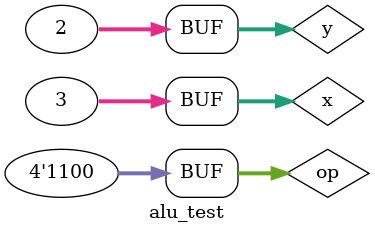
<source format=v>
`timescale 1ns / 1ps


module alu_test();
    reg[31: 0] x = 0;
    reg[31: 0] y = 0;
    reg[3: 0] op = 0;
    wire[31:0] result;
    wire[31:0] result2;
    wire eq;

    Alu alu(.x(x), .y(y), .operator(op), .result(result), .result2(result2), .equal(eq));

    initial begin
        // shift left
        #10 op = 0;
        x = 2;
        y = 4;
        #10 x = 3;
        y = 4;

        // arithmetic shift right
        #10 op = 1;
        x = 8;
        y = 1;
        #10 x = -19;
        y = 3;

        // logic shift rightt
        #10 op = 2;
        x = 8;
        y = 2;
        #10 x = -20;
        y = 4;

        // multiply
        #10 op = 3;
        x = 2;
        y = 3;
        #10 x = 65537;
        y = 65537;
        #10 x = -3;
        y = 4;
        #10 x = -3;
        y = -4;

        // divide
        #10 op = 4;
        x = 16;
        y = 4;
        #10 x = 19;
        y = 7;

        // add
        #10 op = 5;
        x = 2;
        y = 15;
        #10 x = 1;
        y = -3;
        #10 x = 2000000000;
        y = 2000000000;
        #10 x = 4000000000;
        y = 4000000000;
        #10 x = -2000000000;
        y = -2000000000;

        // sub
        #10 op = 6;
        x = 20;
        y = 9;
        #10 x = 1;
        y = -1;
        #10 x = -2000000000;
        y = 2000000002;
        #10 x = 0;
        y = 1;
        #10 x = 10;
        y = -2000000000;

        // and
        #10 op = 7;
        x = 3;
        y = 9;

        // or
        #10 op = 8;
        x = 3;
        y = 9;

        // xor
        #10 op = 9;
        x = 3;
        y = 9;

        // nor
        #10 op = 10;
        x = 3;
        y = 9;

        // <
        #10 op = 11;
        x = 2;
        y = 3;
        #10 x = 3;
        y = 2;

        // >
        #10 op = 12;
        x = 2;
        y = 3;
        #10 x = 3;
        y = 2;
    end
endmodule

</source>
